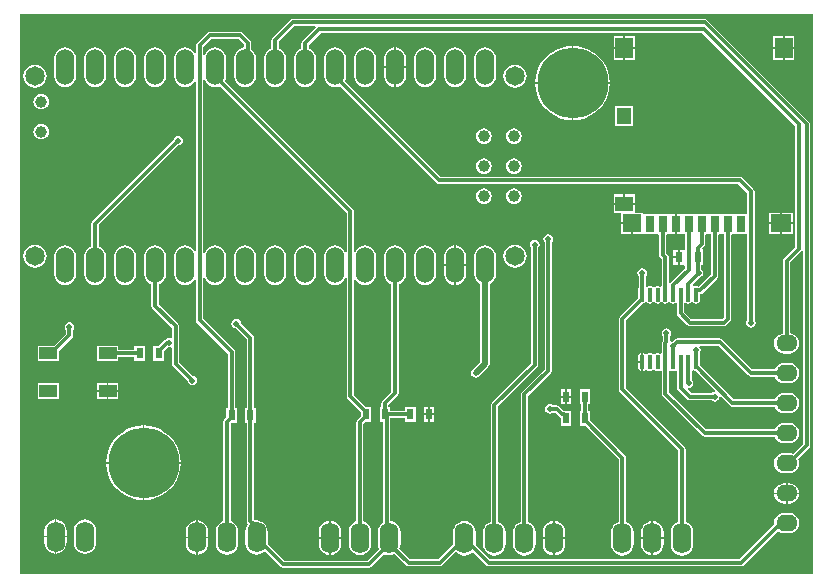
<source format=gtl>
G04*
G04 #@! TF.GenerationSoftware,Altium Limited,Altium Designer,21.6.4 (81)*
G04*
G04 Layer_Physical_Order=1*
G04 Layer_Color=255*
%FSLAX44Y44*%
%MOMM*%
G71*
G04*
G04 #@! TF.SameCoordinates,26D0E7B3-AAE4-4812-B184-49AD84F33247*
G04*
G04*
G04 #@! TF.FilePolarity,Positive*
G04*
G01*
G75*
%ADD17O,0.4000X1.2000*%
%ADD18R,0.6000X0.9500*%
%ADD19R,1.5000X1.3000*%
%ADD20R,1.5000X1.7000*%
%ADD21R,1.2000X1.4000*%
%ADD22R,1.7000X1.5000*%
%ADD23R,1.6000X1.5000*%
%ADD24R,0.8000X1.4000*%
%ADD25R,1.5000X1.0000*%
%ADD40C,6.0000*%
%ADD41C,0.3000*%
%ADD42C,0.5000*%
%ADD43O,1.8000X1.4000*%
%ADD44O,1.5240X3.0480*%
%ADD45C,1.6510*%
%ADD46C,1.0000*%
%ADD47O,1.6000X2.6000*%
%ADD48C,0.5000*%
G36*
X673451Y475451D02*
X673451Y1549D01*
X1549Y1549D01*
X1549Y475451D01*
X673451Y475451D01*
D02*
G37*
%LPC*%
G36*
X581402Y471559D02*
X581402Y471559D01*
X232500D01*
X232500Y471559D01*
X231329Y471326D01*
X230337Y470663D01*
X215437Y455763D01*
X214774Y454771D01*
X214541Y453600D01*
X214541Y453600D01*
Y446844D01*
X213001Y446206D01*
X211096Y444744D01*
X209634Y442839D01*
X208715Y440621D01*
X208401Y438240D01*
Y423000D01*
X208715Y420619D01*
X209634Y418401D01*
X211096Y416496D01*
X213001Y415034D01*
X215219Y414115D01*
X217600Y413801D01*
X219981Y414115D01*
X222199Y415034D01*
X224104Y416496D01*
X225566Y418401D01*
X226485Y420619D01*
X226799Y423000D01*
Y438240D01*
X226485Y440621D01*
X225566Y442839D01*
X224104Y444744D01*
X222199Y446206D01*
X220659Y446844D01*
Y452333D01*
X233767Y465441D01*
X251569D01*
X252096Y464171D01*
X240837Y452913D01*
X240174Y451921D01*
X239941Y450750D01*
X239941Y450750D01*
Y446844D01*
X238401Y446206D01*
X236495Y444744D01*
X235034Y442839D01*
X234115Y440621D01*
X233801Y438240D01*
Y423000D01*
X234115Y420619D01*
X235034Y418401D01*
X236495Y416496D01*
X238401Y415034D01*
X240619Y414115D01*
X243000Y413801D01*
X245381Y414115D01*
X247599Y415034D01*
X249505Y416496D01*
X250966Y418401D01*
X251885Y420619D01*
X252199Y423000D01*
Y438240D01*
X251885Y440621D01*
X250966Y442839D01*
X249505Y444744D01*
X247599Y446206D01*
X246059Y446844D01*
Y449483D01*
X256517Y459941D01*
X579271D01*
X657941Y381271D01*
Y278267D01*
X648587Y268913D01*
X647924Y267920D01*
X647691Y266750D01*
X647691Y266750D01*
Y205234D01*
X646531Y205081D01*
X644463Y204225D01*
X642688Y202862D01*
X641325Y201087D01*
X640469Y199019D01*
X640177Y196800D01*
X640469Y194581D01*
X641325Y192513D01*
X642688Y190738D01*
X644463Y189375D01*
X646531Y188519D01*
X648750Y188227D01*
X652750D01*
X654969Y188519D01*
X657037Y189375D01*
X658812Y190738D01*
X660175Y192513D01*
X661031Y194581D01*
X661323Y196800D01*
X661031Y199019D01*
X660175Y201087D01*
X658812Y202862D01*
X657037Y204225D01*
X654969Y205081D01*
X653809Y205234D01*
Y265483D01*
X663163Y274837D01*
X663421Y275224D01*
X664691Y274839D01*
Y111867D01*
X656197Y103373D01*
X654969Y103881D01*
X652750Y104173D01*
X648750D01*
X646531Y103881D01*
X644463Y103025D01*
X642688Y101662D01*
X641325Y99887D01*
X640469Y97819D01*
X640177Y95600D01*
X640469Y93381D01*
X641325Y91313D01*
X642688Y89538D01*
X644463Y88175D01*
X646531Y87319D01*
X648750Y87027D01*
X652750D01*
X654969Y87319D01*
X657037Y88175D01*
X658812Y89538D01*
X660175Y91313D01*
X661031Y93381D01*
X661323Y95600D01*
X661031Y97819D01*
X660523Y99047D01*
X669913Y108437D01*
X669913Y108437D01*
X670576Y109430D01*
X670809Y110600D01*
Y382152D01*
X670809Y382152D01*
X670576Y383322D01*
X669913Y384315D01*
X669913Y384315D01*
X583565Y470663D01*
X582572Y471326D01*
X581402Y471559D01*
D02*
G37*
G36*
X188050Y460809D02*
X188050Y460809D01*
X162250D01*
X162250Y460809D01*
X161080Y460576D01*
X160087Y459913D01*
X151587Y451413D01*
X150924Y450420D01*
X150691Y449250D01*
X150691Y449250D01*
Y442959D01*
X149421Y442707D01*
X149366Y442839D01*
X147905Y444744D01*
X145999Y446206D01*
X143781Y447125D01*
X141400Y447439D01*
X139019Y447125D01*
X136801Y446206D01*
X134895Y444744D01*
X133434Y442839D01*
X132515Y440621D01*
X132201Y438240D01*
Y423000D01*
X132515Y420619D01*
X133434Y418401D01*
X134895Y416496D01*
X136801Y415034D01*
X139019Y414115D01*
X141400Y413801D01*
X143781Y414115D01*
X145999Y415034D01*
X147905Y416496D01*
X149366Y418401D01*
X149421Y418533D01*
X150691Y418281D01*
Y275319D01*
X149421Y275067D01*
X149366Y275199D01*
X147905Y277104D01*
X145999Y278566D01*
X143781Y279485D01*
X141400Y279799D01*
X139019Y279485D01*
X136801Y278566D01*
X134895Y277104D01*
X133434Y275199D01*
X132515Y272981D01*
X132201Y270600D01*
Y255360D01*
X132515Y252979D01*
X133434Y250761D01*
X134895Y248855D01*
X136801Y247394D01*
X139019Y246475D01*
X141400Y246161D01*
X143781Y246475D01*
X145999Y247394D01*
X147905Y248855D01*
X149366Y250761D01*
X149421Y250893D01*
X150691Y250641D01*
Y216500D01*
X150691Y216500D01*
X150924Y215329D01*
X151587Y214337D01*
X177691Y188233D01*
Y142250D01*
X176250D01*
Y134076D01*
X174808Y132634D01*
X174145Y131642D01*
X173912Y130471D01*
X173912Y130471D01*
Y46516D01*
X172180Y45798D01*
X170196Y44275D01*
X168673Y42291D01*
X167716Y39980D01*
X167389Y37500D01*
Y27500D01*
X167716Y25020D01*
X168673Y22709D01*
X170196Y20724D01*
X172180Y19202D01*
X174491Y18245D01*
X176971Y17918D01*
X179451Y18245D01*
X181762Y19202D01*
X183747Y20724D01*
X185269Y22709D01*
X186227Y25020D01*
X186553Y27500D01*
Y37500D01*
X186227Y39980D01*
X185269Y42291D01*
X183747Y44275D01*
X181762Y45798D01*
X180030Y46516D01*
Y129204D01*
X180576Y129750D01*
X185250D01*
Y142250D01*
X183809D01*
Y189500D01*
X183576Y190671D01*
X182913Y191663D01*
X182913Y191663D01*
X156809Y217767D01*
Y252331D01*
X158079Y252583D01*
X158834Y250761D01*
X160296Y248855D01*
X162201Y247394D01*
X164419Y246475D01*
X166800Y246161D01*
X169181Y246475D01*
X171399Y247394D01*
X173305Y248855D01*
X174766Y250761D01*
X175685Y252979D01*
X175999Y255360D01*
Y270600D01*
X175685Y272981D01*
X174766Y275199D01*
X173305Y277104D01*
X171399Y278566D01*
X169181Y279485D01*
X166800Y279799D01*
X164419Y279485D01*
X162201Y278566D01*
X160296Y277104D01*
X158834Y275199D01*
X158079Y273377D01*
X156809Y273629D01*
Y419971D01*
X158079Y420223D01*
X158834Y418401D01*
X160296Y416496D01*
X162201Y415034D01*
X164419Y414115D01*
X166800Y413801D01*
X169181Y414115D01*
X170721Y414753D01*
X278191Y307283D01*
Y274112D01*
X276921Y273860D01*
X276366Y275199D01*
X274904Y277104D01*
X272999Y278566D01*
X270781Y279485D01*
X268400Y279799D01*
X266019Y279485D01*
X263801Y278566D01*
X261896Y277104D01*
X260434Y275199D01*
X259515Y272981D01*
X259201Y270600D01*
Y255360D01*
X259515Y252979D01*
X260434Y250761D01*
X261896Y248855D01*
X263801Y247394D01*
X266019Y246475D01*
X268400Y246161D01*
X270781Y246475D01*
X272999Y247394D01*
X274904Y248855D01*
X276366Y250761D01*
X276921Y252100D01*
X278191Y251848D01*
Y152016D01*
X278191Y152016D01*
X278424Y150845D01*
X279087Y149853D01*
X290110Y138830D01*
Y134982D01*
X287281Y132153D01*
X286618Y131160D01*
X286385Y129990D01*
X286385Y129990D01*
Y46266D01*
X284653Y45548D01*
X282668Y44026D01*
X281146Y42041D01*
X280189Y39730D01*
X279862Y37250D01*
Y27250D01*
X280189Y24770D01*
X281146Y22459D01*
X282668Y20475D01*
X284653Y18952D01*
X286964Y17995D01*
X289444Y17668D01*
X291924Y17995D01*
X294235Y18952D01*
X296219Y20475D01*
X297742Y22459D01*
X298699Y24770D01*
X299026Y27250D01*
Y37250D01*
X298699Y39730D01*
X297742Y42041D01*
X296219Y44026D01*
X294235Y45548D01*
X292503Y46266D01*
Y128723D01*
X294436Y130656D01*
X299110D01*
Y143156D01*
X294436D01*
X284309Y153283D01*
Y251123D01*
X285579Y251376D01*
X285834Y250761D01*
X287295Y248855D01*
X289201Y247394D01*
X291419Y246475D01*
X293800Y246161D01*
X296181Y246475D01*
X298399Y247394D01*
X300305Y248855D01*
X301766Y250761D01*
X302685Y252979D01*
X302999Y255360D01*
Y270600D01*
X302685Y272981D01*
X301766Y275199D01*
X300305Y277104D01*
X298399Y278566D01*
X296181Y279485D01*
X293800Y279799D01*
X291419Y279485D01*
X289201Y278566D01*
X287295Y277104D01*
X285834Y275199D01*
X285579Y274584D01*
X284309Y274837D01*
Y308550D01*
X284076Y309720D01*
X283413Y310713D01*
X283413Y310713D01*
X175047Y419079D01*
X175685Y420619D01*
X175999Y423000D01*
Y438240D01*
X175685Y440621D01*
X174766Y442839D01*
X173305Y444744D01*
X171399Y446206D01*
X169181Y447125D01*
X166800Y447439D01*
X164419Y447125D01*
X162201Y446206D01*
X160296Y444744D01*
X158834Y442839D01*
X158079Y441017D01*
X156809Y441269D01*
Y447983D01*
X163517Y454691D01*
X186783D01*
X191483Y449991D01*
Y447344D01*
X189819Y447125D01*
X187601Y446206D01*
X185695Y444744D01*
X184234Y442839D01*
X183315Y440621D01*
X183001Y438240D01*
Y423000D01*
X183315Y420619D01*
X184234Y418401D01*
X185695Y416496D01*
X187601Y415034D01*
X189819Y414115D01*
X192200Y413801D01*
X194581Y414115D01*
X196799Y415034D01*
X198704Y416496D01*
X200166Y418401D01*
X201085Y420619D01*
X201399Y423000D01*
Y438240D01*
X201085Y440621D01*
X200166Y442839D01*
X198704Y444744D01*
X197601Y445591D01*
Y451258D01*
X197601Y451258D01*
X197368Y452429D01*
X196705Y453421D01*
X196705Y453421D01*
X190213Y459913D01*
X189221Y460576D01*
X188050Y460809D01*
D02*
G37*
G36*
X657268Y457092D02*
X649018D01*
Y447842D01*
X657268D01*
Y457092D01*
D02*
G37*
G36*
X647518D02*
X639268D01*
Y447842D01*
X647518D01*
Y457092D01*
D02*
G37*
G36*
X522268D02*
X514018D01*
Y447842D01*
X522268D01*
Y457092D01*
D02*
G37*
G36*
X512518D02*
X504268D01*
Y447842D01*
X512518D01*
Y457092D01*
D02*
G37*
G36*
X657268Y446342D02*
X649018D01*
Y437092D01*
X657268D01*
Y446342D01*
D02*
G37*
G36*
X647518D02*
X639268D01*
Y437092D01*
X647518D01*
Y446342D01*
D02*
G37*
G36*
X522268D02*
X514018D01*
Y437092D01*
X522268D01*
Y446342D01*
D02*
G37*
G36*
X512518D02*
X504268D01*
Y437092D01*
X512518D01*
Y446342D01*
D02*
G37*
G36*
X319950Y447340D02*
Y431370D01*
X328399D01*
Y438240D01*
X328085Y440621D01*
X327166Y442839D01*
X325704Y444744D01*
X323799Y446206D01*
X321581Y447125D01*
X319950Y447340D01*
D02*
G37*
G36*
X318450D02*
X316819Y447125D01*
X314601Y446206D01*
X312696Y444744D01*
X311234Y442839D01*
X310315Y440621D01*
X310001Y438240D01*
Y431370D01*
X318450D01*
Y447340D01*
D02*
G37*
G36*
X470250Y448788D02*
Y418000D01*
X501038D01*
X500708Y422193D01*
X499551Y427014D01*
X497654Y431595D01*
X495063Y435822D01*
X491843Y439593D01*
X488073Y442813D01*
X483845Y445404D01*
X479264Y447301D01*
X474443Y448458D01*
X470250Y448788D01*
D02*
G37*
G36*
X468750D02*
X464557Y448458D01*
X459736Y447301D01*
X455155Y445404D01*
X450928Y442813D01*
X447157Y439593D01*
X443937Y435822D01*
X441347Y431595D01*
X439449Y427014D01*
X438292Y422193D01*
X437962Y418000D01*
X468750D01*
Y448788D01*
D02*
G37*
G36*
X328399Y429870D02*
X319950D01*
Y413900D01*
X321581Y414115D01*
X323799Y415034D01*
X325704Y416496D01*
X327166Y418401D01*
X328085Y420619D01*
X328399Y423000D01*
Y429870D01*
D02*
G37*
G36*
X318450D02*
X310001D01*
Y423000D01*
X310315Y420619D01*
X311234Y418401D01*
X312696Y416496D01*
X314601Y415034D01*
X316819Y414115D01*
X318450Y413900D01*
Y429870D01*
D02*
G37*
G36*
X395400Y447439D02*
X393019Y447125D01*
X390801Y446206D01*
X388895Y444744D01*
X387434Y442839D01*
X386515Y440621D01*
X386201Y438240D01*
Y423000D01*
X386515Y420619D01*
X387434Y418401D01*
X388895Y416496D01*
X390801Y415034D01*
X393019Y414115D01*
X395400Y413801D01*
X397781Y414115D01*
X399999Y415034D01*
X401904Y416496D01*
X403366Y418401D01*
X404285Y420619D01*
X404599Y423000D01*
Y438240D01*
X404285Y440621D01*
X403366Y442839D01*
X401904Y444744D01*
X399999Y446206D01*
X397781Y447125D01*
X395400Y447439D01*
D02*
G37*
G36*
X370000D02*
X367619Y447125D01*
X365401Y446206D01*
X363495Y444744D01*
X362034Y442839D01*
X361115Y440621D01*
X360801Y438240D01*
Y423000D01*
X361115Y420619D01*
X362034Y418401D01*
X363495Y416496D01*
X365401Y415034D01*
X367619Y414115D01*
X370000Y413801D01*
X372381Y414115D01*
X374599Y415034D01*
X376505Y416496D01*
X377966Y418401D01*
X378885Y420619D01*
X379199Y423000D01*
Y438240D01*
X378885Y440621D01*
X377966Y442839D01*
X376505Y444744D01*
X374599Y446206D01*
X372381Y447125D01*
X370000Y447439D01*
D02*
G37*
G36*
X344600D02*
X342219Y447125D01*
X340001Y446206D01*
X338096Y444744D01*
X336634Y442839D01*
X335715Y440621D01*
X335401Y438240D01*
Y423000D01*
X335715Y420619D01*
X336634Y418401D01*
X338096Y416496D01*
X340001Y415034D01*
X342219Y414115D01*
X344600Y413801D01*
X346981Y414115D01*
X349199Y415034D01*
X351105Y416496D01*
X352566Y418401D01*
X353485Y420619D01*
X353799Y423000D01*
Y438240D01*
X353485Y440621D01*
X352566Y442839D01*
X351105Y444744D01*
X349199Y446206D01*
X346981Y447125D01*
X344600Y447439D01*
D02*
G37*
G36*
X293800D02*
X291419Y447125D01*
X289201Y446206D01*
X287295Y444744D01*
X285834Y442839D01*
X284915Y440621D01*
X284601Y438240D01*
Y423000D01*
X284915Y420619D01*
X285834Y418401D01*
X287295Y416496D01*
X289201Y415034D01*
X291419Y414115D01*
X293800Y413801D01*
X296181Y414115D01*
X298399Y415034D01*
X300305Y416496D01*
X301766Y418401D01*
X302685Y420619D01*
X302999Y423000D01*
Y438240D01*
X302685Y440621D01*
X301766Y442839D01*
X300305Y444744D01*
X298399Y446206D01*
X296181Y447125D01*
X293800Y447439D01*
D02*
G37*
G36*
X116000D02*
X113619Y447125D01*
X111401Y446206D01*
X109495Y444744D01*
X108034Y442839D01*
X107115Y440621D01*
X106801Y438240D01*
Y423000D01*
X107115Y420619D01*
X108034Y418401D01*
X109495Y416496D01*
X111401Y415034D01*
X113619Y414115D01*
X116000Y413801D01*
X118381Y414115D01*
X120599Y415034D01*
X122505Y416496D01*
X123966Y418401D01*
X124885Y420619D01*
X125199Y423000D01*
Y438240D01*
X124885Y440621D01*
X123966Y442839D01*
X122505Y444744D01*
X120599Y446206D01*
X118381Y447125D01*
X116000Y447439D01*
D02*
G37*
G36*
X90600D02*
X88219Y447125D01*
X86001Y446206D01*
X84095Y444744D01*
X82634Y442839D01*
X81715Y440621D01*
X81401Y438240D01*
Y423000D01*
X81715Y420619D01*
X82634Y418401D01*
X84095Y416496D01*
X86001Y415034D01*
X88219Y414115D01*
X90600Y413801D01*
X92981Y414115D01*
X95199Y415034D01*
X97105Y416496D01*
X98566Y418401D01*
X99485Y420619D01*
X99799Y423000D01*
Y438240D01*
X99485Y440621D01*
X98566Y442839D01*
X97105Y444744D01*
X95199Y446206D01*
X92981Y447125D01*
X90600Y447439D01*
D02*
G37*
G36*
X65200D02*
X62819Y447125D01*
X60601Y446206D01*
X58696Y444744D01*
X57234Y442839D01*
X56315Y440621D01*
X56001Y438240D01*
Y423000D01*
X56315Y420619D01*
X57234Y418401D01*
X58696Y416496D01*
X60601Y415034D01*
X62819Y414115D01*
X65200Y413801D01*
X67581Y414115D01*
X69799Y415034D01*
X71705Y416496D01*
X73166Y418401D01*
X74085Y420619D01*
X74399Y423000D01*
Y438240D01*
X74085Y440621D01*
X73166Y442839D01*
X71705Y444744D01*
X69799Y446206D01*
X67581Y447125D01*
X65200Y447439D01*
D02*
G37*
G36*
X39800D02*
X37419Y447125D01*
X35201Y446206D01*
X33296Y444744D01*
X31834Y442839D01*
X30915Y440621D01*
X30601Y438240D01*
Y423000D01*
X30915Y420619D01*
X31834Y418401D01*
X33296Y416496D01*
X35201Y415034D01*
X37419Y414115D01*
X39800Y413801D01*
X42181Y414115D01*
X44399Y415034D01*
X46304Y416496D01*
X47766Y418401D01*
X48685Y420619D01*
X48999Y423000D01*
Y438240D01*
X48685Y440621D01*
X47766Y442839D01*
X46304Y444744D01*
X44399Y446206D01*
X42181Y447125D01*
X39800Y447439D01*
D02*
G37*
G36*
X420800Y432839D02*
X418253Y432504D01*
X415880Y431521D01*
X413843Y429957D01*
X412279Y427920D01*
X411296Y425546D01*
X410961Y423000D01*
X411296Y420453D01*
X412279Y418080D01*
X413843Y416043D01*
X415880Y414479D01*
X418253Y413496D01*
X420800Y413161D01*
X423346Y413496D01*
X425720Y414479D01*
X427757Y416043D01*
X429321Y418080D01*
X430304Y420453D01*
X430639Y423000D01*
X430304Y425546D01*
X429321Y427920D01*
X427757Y429957D01*
X425720Y431521D01*
X423346Y432504D01*
X420800Y432839D01*
D02*
G37*
G36*
X14400D02*
X11853Y432504D01*
X9480Y431521D01*
X7443Y429957D01*
X5879Y427920D01*
X4896Y425546D01*
X4561Y423000D01*
X4896Y420453D01*
X5879Y418080D01*
X7443Y416043D01*
X9480Y414479D01*
X11853Y413496D01*
X14400Y413161D01*
X16947Y413496D01*
X19320Y414479D01*
X21357Y416043D01*
X22921Y418080D01*
X23904Y420453D01*
X24239Y423000D01*
X23904Y425546D01*
X22921Y427920D01*
X21357Y429957D01*
X19320Y431521D01*
X16947Y432504D01*
X14400Y432839D01*
D02*
G37*
G36*
X19480Y407966D02*
X17783Y407743D01*
X16202Y407088D01*
X14844Y406046D01*
X13802Y404688D01*
X13147Y403107D01*
X12924Y401410D01*
X13147Y399713D01*
X13802Y398132D01*
X14844Y396774D01*
X16202Y395732D01*
X17783Y395077D01*
X19480Y394854D01*
X21177Y395077D01*
X22758Y395732D01*
X24116Y396774D01*
X25158Y398132D01*
X25813Y399713D01*
X26036Y401410D01*
X25813Y403107D01*
X25158Y404688D01*
X24116Y406046D01*
X22758Y407088D01*
X21177Y407743D01*
X19480Y407966D01*
D02*
G37*
G36*
X501038Y416500D02*
X470250D01*
Y385712D01*
X474443Y386042D01*
X479264Y387199D01*
X483845Y389096D01*
X488073Y391687D01*
X491843Y394907D01*
X495063Y398677D01*
X497654Y402905D01*
X499551Y407486D01*
X500708Y412307D01*
X501038Y416500D01*
D02*
G37*
G36*
X468750D02*
X437962D01*
X438292Y412307D01*
X439449Y407486D01*
X441347Y402905D01*
X443937Y398677D01*
X447157Y394907D01*
X450928Y391687D01*
X455155Y389096D01*
X459736Y387199D01*
X464557Y386042D01*
X468750Y385712D01*
Y416500D01*
D02*
G37*
G36*
X520768Y397592D02*
X505768D01*
Y380592D01*
X520768D01*
Y397592D01*
D02*
G37*
G36*
X19480Y382566D02*
X17783Y382343D01*
X16202Y381688D01*
X14844Y380646D01*
X13802Y379288D01*
X13147Y377707D01*
X12924Y376010D01*
X13147Y374313D01*
X13802Y372732D01*
X14844Y371374D01*
X16202Y370332D01*
X17783Y369677D01*
X19480Y369454D01*
X21177Y369677D01*
X22758Y370332D01*
X24116Y371374D01*
X25158Y372732D01*
X25813Y374313D01*
X26036Y376010D01*
X25813Y377707D01*
X25158Y379288D01*
X24116Y380646D01*
X22758Y381688D01*
X21177Y382343D01*
X19480Y382566D01*
D02*
G37*
G36*
X419780Y378756D02*
X418083Y378533D01*
X416502Y377878D01*
X415144Y376836D01*
X414102Y375478D01*
X413447Y373897D01*
X413224Y372200D01*
X413447Y370503D01*
X414102Y368922D01*
X415144Y367564D01*
X416502Y366522D01*
X418083Y365867D01*
X419780Y365644D01*
X421477Y365867D01*
X423058Y366522D01*
X424416Y367564D01*
X425458Y368922D01*
X426113Y370503D01*
X426336Y372200D01*
X426113Y373897D01*
X425458Y375478D01*
X424416Y376836D01*
X423058Y377878D01*
X421477Y378533D01*
X419780Y378756D01*
D02*
G37*
G36*
X394380D02*
X392683Y378533D01*
X391102Y377878D01*
X389744Y376836D01*
X388702Y375478D01*
X388047Y373897D01*
X387824Y372200D01*
X388047Y370503D01*
X388702Y368922D01*
X389744Y367564D01*
X391102Y366522D01*
X392683Y365867D01*
X394380Y365644D01*
X396077Y365867D01*
X397658Y366522D01*
X399016Y367564D01*
X400058Y368922D01*
X400713Y370503D01*
X400936Y372200D01*
X400713Y373897D01*
X400058Y375478D01*
X399016Y376836D01*
X397658Y377878D01*
X396077Y378533D01*
X394380Y378756D01*
D02*
G37*
G36*
X419780Y353356D02*
X418083Y353133D01*
X416502Y352478D01*
X415144Y351436D01*
X414102Y350078D01*
X413447Y348497D01*
X413224Y346800D01*
X413447Y345103D01*
X414102Y343522D01*
X415144Y342164D01*
X416502Y341122D01*
X418083Y340467D01*
X419780Y340244D01*
X421477Y340467D01*
X423058Y341122D01*
X424416Y342164D01*
X425458Y343522D01*
X426113Y345103D01*
X426336Y346800D01*
X426113Y348497D01*
X425458Y350078D01*
X424416Y351436D01*
X423058Y352478D01*
X421477Y353133D01*
X419780Y353356D01*
D02*
G37*
G36*
X394380D02*
X392683Y353133D01*
X391102Y352478D01*
X389744Y351436D01*
X388702Y350078D01*
X388047Y348497D01*
X387824Y346800D01*
X388047Y345103D01*
X388702Y343522D01*
X389744Y342164D01*
X391102Y341122D01*
X392683Y340467D01*
X394380Y340244D01*
X396077Y340467D01*
X397658Y341122D01*
X399016Y342164D01*
X400058Y343522D01*
X400713Y345103D01*
X400936Y346800D01*
X400713Y348497D01*
X400058Y350078D01*
X399016Y351436D01*
X397658Y352478D01*
X396077Y353133D01*
X394380Y353356D01*
D02*
G37*
G36*
X522268Y323092D02*
X514018D01*
Y315842D01*
X522268D01*
Y323092D01*
D02*
G37*
G36*
X512518D02*
X504268D01*
Y315842D01*
X512518D01*
Y323092D01*
D02*
G37*
G36*
X419780Y327956D02*
X418083Y327733D01*
X416502Y327078D01*
X415144Y326036D01*
X414102Y324678D01*
X413447Y323097D01*
X413224Y321400D01*
X413447Y319703D01*
X414102Y318122D01*
X415144Y316764D01*
X416502Y315722D01*
X418083Y315067D01*
X419780Y314844D01*
X421477Y315067D01*
X423058Y315722D01*
X424416Y316764D01*
X425458Y318122D01*
X426113Y319703D01*
X426336Y321400D01*
X426113Y323097D01*
X425458Y324678D01*
X424416Y326036D01*
X423058Y327078D01*
X421477Y327733D01*
X419780Y327956D01*
D02*
G37*
G36*
X394380D02*
X392683Y327733D01*
X391102Y327078D01*
X389744Y326036D01*
X388702Y324678D01*
X388047Y323097D01*
X387824Y321400D01*
X388047Y319703D01*
X388702Y318122D01*
X389744Y316764D01*
X391102Y315722D01*
X392683Y315067D01*
X394380Y314844D01*
X396077Y315067D01*
X397658Y315722D01*
X399016Y316764D01*
X400058Y318122D01*
X400713Y319703D01*
X400936Y321400D01*
X400713Y323097D01*
X400058Y324678D01*
X399016Y326036D01*
X397658Y327078D01*
X396077Y327733D01*
X394380Y327956D01*
D02*
G37*
G36*
X268400Y447439D02*
X266019Y447125D01*
X263801Y446206D01*
X261896Y444744D01*
X260434Y442839D01*
X259515Y440621D01*
X259201Y438240D01*
Y423000D01*
X259515Y420619D01*
X260434Y418401D01*
X261896Y416496D01*
X263801Y415034D01*
X266019Y414115D01*
X268400Y413801D01*
X270781Y414115D01*
X272321Y414753D01*
X354487Y332587D01*
X354487Y332587D01*
X355479Y331924D01*
X356650Y331691D01*
X609983D01*
X617479Y324195D01*
Y307274D01*
X617268Y306092D01*
X616209Y306092D01*
X607538D01*
X606268Y306092D01*
X604998Y306092D01*
X596538D01*
X595268Y306092D01*
Y306092D01*
X595268D01*
Y306092D01*
X585538D01*
X584268Y306092D01*
Y306092D01*
X584268D01*
Y306092D01*
X574538D01*
X573268Y306092D01*
Y306092D01*
X573268D01*
Y306092D01*
X557518D01*
Y297592D01*
Y289092D01*
X564709D01*
Y276945D01*
X563930Y275998D01*
X563439Y275998D01*
X560180D01*
Y269748D01*
Y263498D01*
X563439D01*
X563930Y263498D01*
X564709Y262551D01*
Y260255D01*
X552458Y248004D01*
X552259Y247705D01*
X550989Y248091D01*
Y269670D01*
X550989Y269670D01*
X550756Y270840D01*
X550093Y271833D01*
X548827Y273099D01*
Y288194D01*
X549725Y289092D01*
X551268Y289092D01*
Y289092D01*
X551268D01*
Y289092D01*
X556018D01*
Y297592D01*
Y306092D01*
X552538D01*
X551268Y306092D01*
Y306092D01*
X551268D01*
Y306092D01*
X541538D01*
X540268Y306092D01*
X538998Y306092D01*
X529268Y306092D01*
X529268Y307592D01*
X522268D01*
Y314342D01*
X504268D01*
Y307092D01*
X510268D01*
Y299342D01*
X519768D01*
Y298592D01*
X520518D01*
Y289592D01*
X528205D01*
X529268Y289092D01*
X530331Y289092D01*
X538998D01*
X540268Y289092D01*
X541811Y289092D01*
X542709Y288194D01*
Y271832D01*
X542709Y271832D01*
X542942Y270662D01*
X543605Y269669D01*
X544871Y268403D01*
Y245371D01*
X544745Y245262D01*
X543601Y244809D01*
X542796Y245347D01*
X541430Y245619D01*
X540064Y245347D01*
X538907Y244573D01*
X538815Y244436D01*
X537545D01*
X537453Y244573D01*
X536296Y245347D01*
X534930Y245619D01*
X533564Y245347D01*
X532759Y244809D01*
X531615Y245262D01*
X531489Y245371D01*
Y253777D01*
X532198Y254838D01*
X532508Y256399D01*
X532198Y257960D01*
X531314Y259283D01*
X529991Y260167D01*
X528430Y260477D01*
X526869Y260167D01*
X525546Y259283D01*
X524662Y257960D01*
X524352Y256399D01*
X524662Y254838D01*
X525371Y253777D01*
Y243772D01*
X525133Y243416D01*
X524861Y242050D01*
Y234807D01*
X509531Y219477D01*
X508868Y218484D01*
X508635Y217314D01*
X508635Y217314D01*
Y157862D01*
X508635Y157862D01*
X508868Y156692D01*
X509531Y155699D01*
X559035Y106195D01*
Y45766D01*
X557303Y45048D01*
X555318Y43526D01*
X553796Y41541D01*
X552839Y39230D01*
X552512Y36750D01*
Y26750D01*
X552839Y24270D01*
X553796Y21959D01*
X555318Y19974D01*
X557303Y18452D01*
X559614Y17494D01*
X562094Y17168D01*
X564574Y17494D01*
X566885Y18452D01*
X568869Y19974D01*
X570392Y21959D01*
X571349Y24270D01*
X571676Y26750D01*
Y36750D01*
X571349Y39230D01*
X570392Y41541D01*
X568869Y43526D01*
X566885Y45048D01*
X565153Y45766D01*
Y107462D01*
X564920Y108633D01*
X564257Y109625D01*
X514753Y159129D01*
Y216047D01*
X529375Y230669D01*
X529796Y230753D01*
X530953Y231527D01*
X531045Y231664D01*
X532315D01*
X532407Y231527D01*
X533564Y230753D01*
X534930Y230481D01*
X536296Y230753D01*
X537453Y231527D01*
X537545Y231664D01*
X538815D01*
X538907Y231527D01*
X540064Y230753D01*
X541430Y230481D01*
X542796Y230753D01*
X543953Y231527D01*
X544045Y231664D01*
X545315D01*
X545407Y231527D01*
X546564Y230753D01*
X547930Y230481D01*
X549296Y230753D01*
X550453Y231527D01*
X550545Y231664D01*
X551815D01*
X551907Y231527D01*
X553064Y230753D01*
X554430Y230481D01*
X555796Y230753D01*
X556601Y231291D01*
X557745Y230838D01*
X557871Y230729D01*
Y222268D01*
X557871Y222268D01*
X558104Y221097D01*
X558767Y220105D01*
X566713Y212159D01*
X566713Y212159D01*
X567705Y211496D01*
X568876Y211263D01*
X597322D01*
X597322Y211263D01*
X598493Y211496D01*
X599485Y212159D01*
X602931Y215605D01*
X602931Y215605D01*
X603594Y216597D01*
X603827Y217768D01*
X603827Y217768D01*
Y288194D01*
X604725Y289092D01*
X606268Y289092D01*
X607538Y289092D01*
X617268Y289092D01*
X617479Y287910D01*
Y216944D01*
X616770Y215883D01*
X616460Y214322D01*
X616770Y212761D01*
X617654Y211438D01*
X618977Y210554D01*
X620538Y210244D01*
X622099Y210554D01*
X623422Y211438D01*
X624306Y212761D01*
X624616Y214322D01*
X624306Y215883D01*
X623597Y216944D01*
Y325462D01*
X623364Y326633D01*
X622701Y327625D01*
X622701Y327625D01*
X613413Y336913D01*
X612421Y337576D01*
X611250Y337809D01*
X611250Y337809D01*
X357917D01*
X276647Y419079D01*
X277285Y420619D01*
X277599Y423000D01*
Y438240D01*
X277285Y440621D01*
X276366Y442839D01*
X274904Y444744D01*
X272999Y446206D01*
X270781Y447125D01*
X268400Y447439D01*
D02*
G37*
G36*
X655768Y307592D02*
X646518D01*
Y299342D01*
X655768D01*
Y307592D01*
D02*
G37*
G36*
X645018D02*
X635768D01*
Y299342D01*
X645018D01*
Y307592D01*
D02*
G37*
G36*
X655768Y297842D02*
X646518D01*
Y289592D01*
X655768D01*
Y297842D01*
D02*
G37*
G36*
X645018D02*
X635768D01*
Y289592D01*
X645018D01*
Y297842D01*
D02*
G37*
G36*
X519018D02*
X510268D01*
Y289592D01*
X519018D01*
Y297842D01*
D02*
G37*
G36*
X558680Y275998D02*
X554930D01*
Y270498D01*
X558680D01*
Y275998D01*
D02*
G37*
G36*
X370750Y279700D02*
Y263730D01*
X379199D01*
Y270600D01*
X378885Y272981D01*
X377966Y275199D01*
X376505Y277104D01*
X374599Y278566D01*
X372381Y279485D01*
X370750Y279700D01*
D02*
G37*
G36*
X369250D02*
X367619Y279485D01*
X365401Y278566D01*
X363495Y277104D01*
X362034Y275199D01*
X361115Y272981D01*
X360801Y270600D01*
Y263730D01*
X369250D01*
Y279700D01*
D02*
G37*
G36*
X558680Y268998D02*
X554930D01*
Y263498D01*
X558680D01*
Y268998D01*
D02*
G37*
G36*
X420800Y280439D02*
X418253Y280104D01*
X415880Y279121D01*
X413843Y277557D01*
X412279Y275520D01*
X411296Y273146D01*
X410961Y270600D01*
X411296Y268053D01*
X412279Y265680D01*
X413843Y263643D01*
X415880Y262079D01*
X418253Y261096D01*
X420800Y260761D01*
X423346Y261096D01*
X425720Y262079D01*
X427757Y263643D01*
X429321Y265680D01*
X430304Y268053D01*
X430639Y270600D01*
X430304Y273146D01*
X429321Y275520D01*
X427757Y277557D01*
X425720Y279121D01*
X423346Y280104D01*
X420800Y280439D01*
D02*
G37*
G36*
X14400D02*
X11853Y280104D01*
X9480Y279121D01*
X7443Y277557D01*
X5879Y275520D01*
X4896Y273146D01*
X4561Y270600D01*
X4896Y268053D01*
X5879Y265680D01*
X7443Y263643D01*
X9480Y262079D01*
X11853Y261096D01*
X14400Y260761D01*
X16947Y261096D01*
X19320Y262079D01*
X21357Y263643D01*
X22921Y265680D01*
X23904Y268053D01*
X24239Y270600D01*
X23904Y273146D01*
X22921Y275520D01*
X21357Y277557D01*
X19320Y279121D01*
X16947Y280104D01*
X14400Y280439D01*
D02*
G37*
G36*
X379199Y262230D02*
X370750D01*
Y246260D01*
X372381Y246475D01*
X374599Y247394D01*
X376505Y248855D01*
X377966Y250761D01*
X378885Y252979D01*
X379199Y255360D01*
Y262230D01*
D02*
G37*
G36*
X369250D02*
X360801D01*
Y255360D01*
X361115Y252979D01*
X362034Y250761D01*
X363495Y248855D01*
X365401Y247394D01*
X367619Y246475D01*
X369250Y246260D01*
Y262230D01*
D02*
G37*
G36*
X344600Y279799D02*
X342219Y279485D01*
X340001Y278566D01*
X338096Y277104D01*
X336634Y275199D01*
X335715Y272981D01*
X335401Y270600D01*
Y255360D01*
X335715Y252979D01*
X336634Y250761D01*
X338096Y248855D01*
X340001Y247394D01*
X342219Y246475D01*
X344600Y246161D01*
X346981Y246475D01*
X349199Y247394D01*
X351105Y248855D01*
X352566Y250761D01*
X353485Y252979D01*
X353799Y255360D01*
Y270600D01*
X353485Y272981D01*
X352566Y275199D01*
X351105Y277104D01*
X349199Y278566D01*
X346981Y279485D01*
X344600Y279799D01*
D02*
G37*
G36*
X243000D02*
X240619Y279485D01*
X238401Y278566D01*
X236495Y277104D01*
X235034Y275199D01*
X234115Y272981D01*
X233801Y270600D01*
Y255360D01*
X234115Y252979D01*
X235034Y250761D01*
X236495Y248855D01*
X238401Y247394D01*
X240619Y246475D01*
X243000Y246161D01*
X245381Y246475D01*
X247599Y247394D01*
X249505Y248855D01*
X250966Y250761D01*
X251885Y252979D01*
X252199Y255360D01*
Y270600D01*
X251885Y272981D01*
X250966Y275199D01*
X249505Y277104D01*
X247599Y278566D01*
X245381Y279485D01*
X243000Y279799D01*
D02*
G37*
G36*
X217600D02*
X215219Y279485D01*
X213001Y278566D01*
X211096Y277104D01*
X209634Y275199D01*
X208715Y272981D01*
X208401Y270600D01*
Y255360D01*
X208715Y252979D01*
X209634Y250761D01*
X211096Y248855D01*
X213001Y247394D01*
X215219Y246475D01*
X217600Y246161D01*
X219981Y246475D01*
X222199Y247394D01*
X224104Y248855D01*
X225566Y250761D01*
X226485Y252979D01*
X226799Y255360D01*
Y270600D01*
X226485Y272981D01*
X225566Y275199D01*
X224104Y277104D01*
X222199Y278566D01*
X219981Y279485D01*
X217600Y279799D01*
D02*
G37*
G36*
X192200D02*
X189819Y279485D01*
X187601Y278566D01*
X185695Y277104D01*
X184234Y275199D01*
X183315Y272981D01*
X183001Y270600D01*
Y255360D01*
X183315Y252979D01*
X184234Y250761D01*
X185695Y248855D01*
X187601Y247394D01*
X189819Y246475D01*
X192200Y246161D01*
X194581Y246475D01*
X196799Y247394D01*
X198704Y248855D01*
X200166Y250761D01*
X201085Y252979D01*
X201399Y255360D01*
Y270600D01*
X201085Y272981D01*
X200166Y275199D01*
X198704Y277104D01*
X196799Y278566D01*
X194581Y279485D01*
X192200Y279799D01*
D02*
G37*
G36*
X90600D02*
X88219Y279485D01*
X86001Y278566D01*
X84095Y277104D01*
X82634Y275199D01*
X81715Y272981D01*
X81401Y270600D01*
Y255360D01*
X81715Y252979D01*
X82634Y250761D01*
X84095Y248855D01*
X86001Y247394D01*
X88219Y246475D01*
X90600Y246161D01*
X92981Y246475D01*
X95199Y247394D01*
X97105Y248855D01*
X98566Y250761D01*
X99485Y252979D01*
X99799Y255360D01*
Y270600D01*
X99485Y272981D01*
X98566Y275199D01*
X97105Y277104D01*
X95199Y278566D01*
X92981Y279485D01*
X90600Y279799D01*
D02*
G37*
G36*
X135500Y372578D02*
X133939Y372268D01*
X132616Y371384D01*
X131732Y370061D01*
X131483Y368809D01*
X63037Y300363D01*
X62374Y299370D01*
X62141Y298200D01*
X62141Y298200D01*
Y279204D01*
X60601Y278566D01*
X58696Y277104D01*
X57234Y275199D01*
X56315Y272981D01*
X56001Y270600D01*
Y255360D01*
X56315Y252979D01*
X57234Y250761D01*
X58696Y248855D01*
X60601Y247394D01*
X62819Y246475D01*
X65200Y246161D01*
X67581Y246475D01*
X69799Y247394D01*
X71705Y248855D01*
X73166Y250761D01*
X74085Y252979D01*
X74399Y255360D01*
Y270600D01*
X74085Y272981D01*
X73166Y275199D01*
X71705Y277104D01*
X69799Y278566D01*
X68259Y279204D01*
Y296933D01*
X135809Y364483D01*
X137061Y364732D01*
X138384Y365616D01*
X139268Y366939D01*
X139578Y368500D01*
X139268Y370061D01*
X138384Y371384D01*
X137061Y372268D01*
X135500Y372578D01*
D02*
G37*
G36*
X39800Y279799D02*
X37419Y279485D01*
X35201Y278566D01*
X33296Y277104D01*
X31834Y275199D01*
X30915Y272981D01*
X30601Y270600D01*
Y255360D01*
X30915Y252979D01*
X31834Y250761D01*
X33296Y248855D01*
X35201Y247394D01*
X37419Y246475D01*
X39800Y246161D01*
X42181Y246475D01*
X44399Y247394D01*
X46304Y248855D01*
X47766Y250761D01*
X48685Y252979D01*
X48999Y255360D01*
Y270600D01*
X48685Y272981D01*
X47766Y275199D01*
X46304Y277104D01*
X44399Y278566D01*
X42181Y279485D01*
X39800Y279799D01*
D02*
G37*
G36*
X116000D02*
X113619Y279485D01*
X111401Y278566D01*
X109495Y277104D01*
X108034Y275199D01*
X107115Y272981D01*
X106801Y270600D01*
Y255360D01*
X107115Y252979D01*
X108034Y250761D01*
X109495Y248855D01*
X111401Y247394D01*
X112941Y246756D01*
Y228750D01*
X112941Y228750D01*
X113174Y227579D01*
X113837Y226587D01*
X130385Y210039D01*
Y202057D01*
X129115Y201311D01*
X127944Y201544D01*
X126383Y201234D01*
X125060Y200350D01*
X124777Y199926D01*
X124693Y199909D01*
X123700Y199246D01*
X119172Y194718D01*
X114498D01*
Y182218D01*
X123498D01*
Y190392D01*
X126734Y193628D01*
X127944Y193388D01*
X129115Y193621D01*
X130385Y192875D01*
Y179743D01*
X130385Y179743D01*
X130618Y178573D01*
X131281Y177580D01*
X143663Y165198D01*
X143953Y163739D01*
X144837Y162416D01*
X146160Y161532D01*
X147721Y161222D01*
X149282Y161532D01*
X150605Y162416D01*
X151489Y163739D01*
X151799Y165300D01*
X151489Y166861D01*
X150605Y168184D01*
X149282Y169068D01*
X148237Y169276D01*
X136503Y181010D01*
Y211306D01*
X136503Y211306D01*
X136270Y212477D01*
X135607Y213469D01*
X119059Y230017D01*
Y246756D01*
X120599Y247394D01*
X122505Y248855D01*
X123966Y250761D01*
X124885Y252979D01*
X125199Y255360D01*
Y270600D01*
X124885Y272981D01*
X123966Y275199D01*
X122505Y277104D01*
X120599Y278566D01*
X118381Y279485D01*
X116000Y279799D01*
D02*
G37*
G36*
X84800Y194966D02*
X66800D01*
Y181966D01*
X84800D01*
Y185409D01*
X98498D01*
Y182218D01*
X107498D01*
Y194718D01*
X98498D01*
Y191527D01*
X84800D01*
Y194966D01*
D02*
G37*
G36*
X43500Y214828D02*
X41939Y214518D01*
X40616Y213634D01*
X39732Y212311D01*
X39422Y210750D01*
X39732Y209189D01*
X40441Y208128D01*
Y204933D01*
X30474Y194966D01*
X16800D01*
Y181966D01*
X34800D01*
Y190640D01*
X45663Y201503D01*
X45663Y201503D01*
X46326Y202495D01*
X46559Y203666D01*
X46559Y203666D01*
Y208128D01*
X47268Y209189D01*
X47578Y210750D01*
X47268Y212311D01*
X46384Y213634D01*
X45061Y214518D01*
X43500Y214828D01*
D02*
G37*
G36*
X527680Y188469D02*
X527064Y188347D01*
X525907Y187573D01*
X525133Y186416D01*
X524861Y185050D01*
Y181800D01*
X527680D01*
Y188469D01*
D02*
G37*
G36*
Y180300D02*
X524861D01*
Y177050D01*
X525133Y175684D01*
X525907Y174527D01*
X527064Y173753D01*
X527680Y173631D01*
Y180300D01*
D02*
G37*
G36*
X395400Y279799D02*
X393019Y279485D01*
X390801Y278566D01*
X388895Y277104D01*
X387434Y275199D01*
X386515Y272981D01*
X386201Y270600D01*
Y255360D01*
X386515Y252979D01*
X387434Y250761D01*
X388895Y248855D01*
X390801Y247394D01*
X391322Y247178D01*
Y181389D01*
X384616Y174684D01*
X383732Y173361D01*
X383422Y171800D01*
X383732Y170239D01*
X384616Y168916D01*
X385939Y168032D01*
X387500Y167722D01*
X389061Y168032D01*
X390384Y168916D01*
X398284Y176816D01*
X399168Y178139D01*
X399478Y179700D01*
X399478Y179700D01*
Y247178D01*
X399999Y247394D01*
X401904Y248855D01*
X403366Y250761D01*
X404285Y252979D01*
X404599Y255360D01*
Y270600D01*
X404285Y272981D01*
X403366Y275199D01*
X401904Y277104D01*
X399999Y278566D01*
X397781Y279485D01*
X395400Y279799D01*
D02*
G37*
G36*
X549000Y209578D02*
X547439Y209268D01*
X546116Y208384D01*
X545232Y207061D01*
X544922Y205500D01*
X545232Y203939D01*
X545941Y202878D01*
Y199337D01*
X545767Y199163D01*
X545104Y198171D01*
X544871Y197000D01*
X544871Y197000D01*
Y188371D01*
X544745Y188262D01*
X543601Y187809D01*
X542796Y188347D01*
X541430Y188619D01*
X540064Y188347D01*
X538907Y187573D01*
X538815Y187436D01*
X537545D01*
X537453Y187573D01*
X536296Y188347D01*
X534930Y188619D01*
X533564Y188347D01*
X532407Y187573D01*
X532315Y187436D01*
X531045D01*
X530953Y187573D01*
X529796Y188347D01*
X529180Y188469D01*
Y181050D01*
Y173631D01*
X529796Y173753D01*
X530953Y174527D01*
X531045Y174664D01*
X532315D01*
X532407Y174527D01*
X533564Y173753D01*
X534930Y173481D01*
X536296Y173753D01*
X537453Y174527D01*
X537545Y174664D01*
X538815D01*
X538907Y174527D01*
X540064Y173753D01*
X541430Y173481D01*
X542796Y173753D01*
X543601Y174291D01*
X544745Y173838D01*
X544871Y173729D01*
Y154320D01*
X544871Y154320D01*
X545104Y153149D01*
X545767Y152157D01*
X579087Y118837D01*
X580079Y118174D01*
X581250Y117941D01*
X581250Y117941D01*
X640817D01*
X641325Y116713D01*
X642688Y114938D01*
X644463Y113575D01*
X646531Y112719D01*
X648750Y112427D01*
X652750D01*
X654969Y112719D01*
X657037Y113575D01*
X658812Y114938D01*
X660175Y116713D01*
X661031Y118781D01*
X661323Y121000D01*
X661031Y123219D01*
X660175Y125287D01*
X658812Y127062D01*
X657037Y128425D01*
X654969Y129281D01*
X652750Y129573D01*
X648750D01*
X646531Y129281D01*
X644463Y128425D01*
X642688Y127062D01*
X641325Y125287D01*
X640817Y124059D01*
X582517D01*
X550989Y155587D01*
Y173729D01*
X551115Y173838D01*
X552259Y174291D01*
X553064Y173753D01*
X554430Y173481D01*
X555796Y173753D01*
X556601Y174291D01*
X557745Y173838D01*
X557871Y173729D01*
Y159444D01*
X557871Y159444D01*
X558104Y158273D01*
X558767Y157281D01*
X566573Y149475D01*
X566573Y149475D01*
X567565Y148812D01*
X568736Y148579D01*
X587120D01*
X588182Y147870D01*
X589743Y147560D01*
X591303Y147870D01*
X592626Y148754D01*
X593510Y150077D01*
X593766Y151363D01*
X594557Y151771D01*
X595062Y151863D01*
X602688Y144237D01*
X602688Y144237D01*
X603680Y143574D01*
X604851Y143341D01*
X640817D01*
X641325Y142113D01*
X642688Y140338D01*
X644463Y138975D01*
X646531Y138119D01*
X648750Y137827D01*
X652750D01*
X654969Y138119D01*
X657037Y138975D01*
X658812Y140338D01*
X660175Y142113D01*
X661031Y144181D01*
X661323Y146400D01*
X661031Y148619D01*
X660175Y150687D01*
X658812Y152462D01*
X657037Y153825D01*
X654969Y154681D01*
X652750Y154973D01*
X648750D01*
X646531Y154681D01*
X644463Y153825D01*
X642688Y152462D01*
X641325Y150687D01*
X640817Y149459D01*
X606118D01*
X577499Y178078D01*
Y185050D01*
X577227Y186416D01*
X576989Y186772D01*
Y188428D01*
X577698Y189489D01*
X578008Y191050D01*
X577698Y192611D01*
X576943Y193741D01*
X577161Y194489D01*
X577487Y195011D01*
X593001D01*
X618375Y169637D01*
X618375Y169637D01*
X619367Y168974D01*
X620538Y168741D01*
X640817D01*
X641325Y167513D01*
X642688Y165738D01*
X644463Y164375D01*
X646531Y163519D01*
X648750Y163227D01*
X652750D01*
X654969Y163519D01*
X657037Y164375D01*
X658812Y165738D01*
X660175Y167513D01*
X661031Y169581D01*
X661323Y171800D01*
X661031Y174019D01*
X660175Y176087D01*
X658812Y177862D01*
X657037Y179225D01*
X654969Y180081D01*
X652750Y180373D01*
X648750D01*
X646531Y180081D01*
X644463Y179225D01*
X642688Y177862D01*
X641325Y176087D01*
X640817Y174859D01*
X621805D01*
X596431Y200233D01*
X595438Y200896D01*
X594268Y201129D01*
X594268Y201129D01*
X558038D01*
X556867Y200896D01*
X555875Y200233D01*
X555875Y200233D01*
X553857Y198214D01*
X553329Y198109D01*
X552251Y198769D01*
X552059Y199004D01*
Y202878D01*
X552768Y203939D01*
X553078Y205500D01*
X552768Y207061D01*
X551884Y208384D01*
X550561Y209268D01*
X549000Y209578D01*
D02*
G37*
G36*
X84800Y162966D02*
X76550D01*
Y157216D01*
X84800D01*
Y162966D01*
D02*
G37*
G36*
X75050D02*
X66800D01*
Y157216D01*
X75050D01*
Y162966D01*
D02*
G37*
G36*
X468432Y157888D02*
X464682D01*
Y152388D01*
X468432D01*
Y157888D01*
D02*
G37*
G36*
X463182D02*
X459432D01*
Y152388D01*
X463182D01*
Y157888D01*
D02*
G37*
G36*
X84800Y155716D02*
X76550D01*
Y149966D01*
X84800D01*
Y155716D01*
D02*
G37*
G36*
X75050D02*
X66800D01*
Y149966D01*
X75050D01*
Y155716D01*
D02*
G37*
G36*
X34800Y162966D02*
X16800D01*
Y149966D01*
X34800D01*
Y162966D01*
D02*
G37*
G36*
X468432Y150888D02*
X464682D01*
Y145388D01*
X468432D01*
Y150888D01*
D02*
G37*
G36*
X463182D02*
X459432D01*
Y145388D01*
X463182D01*
Y150888D01*
D02*
G37*
G36*
X352606Y143156D02*
X348856D01*
Y137656D01*
X352606D01*
Y143156D01*
D02*
G37*
G36*
X347356D02*
X343606D01*
Y137656D01*
X347356D01*
Y143156D01*
D02*
G37*
G36*
X352606Y136156D02*
X348856D01*
Y130656D01*
X352606D01*
Y136156D01*
D02*
G37*
G36*
X347356D02*
X343606D01*
Y130656D01*
X347356D01*
Y136156D01*
D02*
G37*
G36*
X450250Y145400D02*
X448689Y145089D01*
X447366Y144205D01*
X446482Y142882D01*
X446172Y141321D01*
X446482Y139760D01*
X447366Y138437D01*
X448689Y137553D01*
X450250Y137243D01*
X451811Y137553D01*
X452872Y138262D01*
X454694D01*
X458519Y134437D01*
X458519Y134437D01*
X459432Y133827D01*
Y127100D01*
X468432D01*
Y139600D01*
X462728D01*
X462432Y139659D01*
X462432Y139659D01*
X461949D01*
X458124Y143484D01*
X457131Y144147D01*
X455961Y144380D01*
X455961Y144380D01*
X452872D01*
X451811Y145089D01*
X450250Y145400D01*
D02*
G37*
G36*
X107000Y127288D02*
Y96500D01*
X137788D01*
X137458Y100693D01*
X136301Y105514D01*
X134403Y110095D01*
X131813Y114323D01*
X128593Y118093D01*
X124823Y121313D01*
X120595Y123904D01*
X116014Y125801D01*
X111193Y126958D01*
X107000Y127288D01*
D02*
G37*
G36*
X105500D02*
X101307Y126958D01*
X96486Y125801D01*
X91905Y123904D01*
X87677Y121313D01*
X83907Y118093D01*
X80687Y114323D01*
X78096Y110095D01*
X76199Y105514D01*
X75042Y100693D01*
X74712Y96500D01*
X105500D01*
Y127288D01*
D02*
G37*
G36*
X652750Y78373D02*
X651500D01*
Y70550D01*
X661225D01*
X661031Y72019D01*
X660175Y74087D01*
X658812Y75862D01*
X657037Y77225D01*
X654969Y78081D01*
X652750Y78373D01*
D02*
G37*
G36*
X650000D02*
X648750D01*
X646531Y78081D01*
X644463Y77225D01*
X642688Y75862D01*
X641325Y74087D01*
X640469Y72019D01*
X640275Y70550D01*
X650000D01*
Y78373D01*
D02*
G37*
G36*
X137788Y95000D02*
X107000D01*
Y64212D01*
X111193Y64542D01*
X116014Y65699D01*
X120595Y67597D01*
X124823Y70187D01*
X128593Y73407D01*
X131813Y77178D01*
X134403Y81405D01*
X136301Y85986D01*
X137458Y90807D01*
X137788Y95000D01*
D02*
G37*
G36*
X105500D02*
X74712D01*
X75042Y90807D01*
X76199Y85986D01*
X78096Y81405D01*
X80687Y77178D01*
X83907Y73407D01*
X87677Y70187D01*
X91905Y67597D01*
X96486Y65699D01*
X101307Y64542D01*
X105500Y64212D01*
Y95000D01*
D02*
G37*
G36*
X661225Y69050D02*
X651500D01*
Y61227D01*
X652750D01*
X654969Y61519D01*
X657037Y62375D01*
X658812Y63738D01*
X660175Y65513D01*
X661031Y67581D01*
X661225Y69050D01*
D02*
G37*
G36*
X650000D02*
X640275D01*
X640469Y67581D01*
X641325Y65513D01*
X642688Y63738D01*
X644463Y62375D01*
X646531Y61519D01*
X648750Y61227D01*
X650000D01*
Y69050D01*
D02*
G37*
G36*
X32500Y47757D02*
Y34024D01*
X41332D01*
Y38274D01*
X41006Y40754D01*
X40048Y43065D01*
X38525Y45050D01*
X36541Y46572D01*
X34230Y47530D01*
X32500Y47757D01*
D02*
G37*
G36*
X31000D02*
X29270Y47530D01*
X26959Y46572D01*
X24975Y45050D01*
X23452Y43065D01*
X22494Y40754D01*
X22168Y38274D01*
Y34024D01*
X31000D01*
Y47757D01*
D02*
G37*
G36*
X152321Y46983D02*
Y33250D01*
X161153D01*
Y37500D01*
X160827Y39980D01*
X159869Y42291D01*
X158347Y44275D01*
X156362Y45798D01*
X154051Y46755D01*
X152321Y46983D01*
D02*
G37*
G36*
X150821D02*
X149091Y46755D01*
X146780Y45798D01*
X144796Y44275D01*
X143273Y42291D01*
X142316Y39980D01*
X141989Y37500D01*
Y33250D01*
X150821D01*
Y46983D01*
D02*
G37*
G36*
X264794Y46733D02*
Y33000D01*
X273626D01*
Y37250D01*
X273299Y39730D01*
X272342Y42041D01*
X270819Y44026D01*
X268835Y45548D01*
X266524Y46505D01*
X264794Y46733D01*
D02*
G37*
G36*
X263294D02*
X261564Y46505D01*
X259253Y45548D01*
X257269Y44026D01*
X255746Y42041D01*
X254788Y39730D01*
X254462Y37250D01*
Y33000D01*
X263294D01*
Y46733D01*
D02*
G37*
G36*
X537844Y46233D02*
Y32500D01*
X546676D01*
Y36750D01*
X546349Y39230D01*
X545392Y41541D01*
X543869Y43526D01*
X541885Y45048D01*
X539574Y46006D01*
X537844Y46233D01*
D02*
G37*
G36*
X454444D02*
Y32500D01*
X463276D01*
Y36750D01*
X462949Y39230D01*
X461992Y41541D01*
X460470Y43526D01*
X458485Y45048D01*
X456174Y46006D01*
X454444Y46233D01*
D02*
G37*
G36*
X536344D02*
X534614Y46006D01*
X532303Y45048D01*
X530318Y43526D01*
X528796Y41541D01*
X527839Y39230D01*
X527512Y36750D01*
Y32500D01*
X536344D01*
Y46233D01*
D02*
G37*
G36*
X452944D02*
X451214Y46006D01*
X448903Y45048D01*
X446919Y43526D01*
X445396Y41541D01*
X444439Y39230D01*
X444112Y36750D01*
Y32500D01*
X452944D01*
Y46233D01*
D02*
G37*
G36*
X41332Y32524D02*
X32500D01*
Y18791D01*
X34230Y19018D01*
X36541Y19976D01*
X38525Y21498D01*
X40048Y23483D01*
X41006Y25794D01*
X41332Y28274D01*
Y32524D01*
D02*
G37*
G36*
X31000D02*
X22168D01*
Y28274D01*
X22494Y25794D01*
X23452Y23483D01*
X24975Y21498D01*
X26959Y19976D01*
X29270Y19018D01*
X31000Y18791D01*
Y32524D01*
D02*
G37*
G36*
X56750Y47856D02*
X54270Y47530D01*
X51959Y46572D01*
X49975Y45050D01*
X48452Y43065D01*
X47495Y40754D01*
X47168Y38274D01*
Y28274D01*
X47495Y25794D01*
X48452Y23483D01*
X49975Y21498D01*
X51959Y19976D01*
X54270Y19018D01*
X56750Y18692D01*
X59230Y19018D01*
X61541Y19976D01*
X63526Y21498D01*
X65048Y23483D01*
X66006Y25794D01*
X66332Y28274D01*
Y38274D01*
X66006Y40754D01*
X65048Y43065D01*
X63526Y45050D01*
X61541Y46572D01*
X59230Y47530D01*
X56750Y47856D01*
D02*
G37*
G36*
X161153Y31750D02*
X152321D01*
Y18017D01*
X154051Y18245D01*
X156362Y19202D01*
X158347Y20724D01*
X159869Y22709D01*
X160827Y25020D01*
X161153Y27500D01*
Y31750D01*
D02*
G37*
G36*
X150821D02*
X141989D01*
Y27500D01*
X142316Y25020D01*
X143273Y22709D01*
X144796Y20724D01*
X146780Y19202D01*
X149091Y18245D01*
X150821Y18017D01*
Y31750D01*
D02*
G37*
G36*
X263294Y31500D02*
X254462D01*
Y27250D01*
X254788Y24770D01*
X255746Y22459D01*
X257269Y20475D01*
X259253Y18952D01*
X261564Y17995D01*
X263294Y17767D01*
Y31500D01*
D02*
G37*
G36*
X273626D02*
X264794D01*
Y17767D01*
X266524Y17995D01*
X268835Y18952D01*
X270819Y20475D01*
X272342Y22459D01*
X273299Y24770D01*
X273626Y27250D01*
Y31500D01*
D02*
G37*
G36*
X546676Y31000D02*
X537844D01*
Y17267D01*
X539574Y17494D01*
X541885Y18452D01*
X543869Y19974D01*
X545392Y21959D01*
X546349Y24270D01*
X546676Y26750D01*
Y31000D01*
D02*
G37*
G36*
X463276D02*
X454444D01*
Y17267D01*
X456174Y17494D01*
X458485Y18452D01*
X460470Y19974D01*
X461992Y21959D01*
X462949Y24270D01*
X463276Y26750D01*
Y31000D01*
D02*
G37*
G36*
X452944D02*
X444112D01*
Y26750D01*
X444439Y24270D01*
X445396Y21959D01*
X446919Y19974D01*
X448903Y18452D01*
X451214Y17494D01*
X452944Y17267D01*
Y31000D01*
D02*
G37*
G36*
X536344D02*
X527512D01*
Y26750D01*
X527839Y24270D01*
X528796Y21959D01*
X530318Y19974D01*
X532303Y18452D01*
X534614Y17494D01*
X536344Y17267D01*
Y31000D01*
D02*
G37*
G36*
X484432Y157888D02*
X475432D01*
Y145388D01*
X476873D01*
Y139600D01*
X475432D01*
Y127100D01*
X480106D01*
X508635Y98571D01*
Y45766D01*
X506903Y45048D01*
X504919Y43526D01*
X503396Y41541D01*
X502439Y39230D01*
X502112Y36750D01*
Y26750D01*
X502439Y24270D01*
X503396Y21959D01*
X504919Y19974D01*
X506903Y18452D01*
X509214Y17494D01*
X511694Y17168D01*
X514174Y17494D01*
X516485Y18452D01*
X518469Y19974D01*
X519992Y21959D01*
X520949Y24270D01*
X521276Y26750D01*
Y36750D01*
X520949Y39230D01*
X519992Y41541D01*
X518469Y43526D01*
X516485Y45048D01*
X514753Y45766D01*
Y99838D01*
X514753Y99838D01*
X514520Y101009D01*
X513857Y102001D01*
X513857Y102001D01*
X484432Y131426D01*
Y139600D01*
X482991D01*
Y145388D01*
X484432D01*
Y157888D01*
D02*
G37*
G36*
X448818Y289170D02*
X447257Y288860D01*
X445934Y287976D01*
X445050Y286653D01*
X444740Y285092D01*
X445050Y283531D01*
X445759Y282470D01*
Y175085D01*
X426531Y155857D01*
X425868Y154865D01*
X425635Y153694D01*
X425635Y153694D01*
Y45766D01*
X423903Y45048D01*
X421919Y43526D01*
X420396Y41541D01*
X419439Y39230D01*
X419112Y36750D01*
Y26750D01*
X419439Y24270D01*
X420396Y21959D01*
X421919Y19974D01*
X423903Y18452D01*
X426214Y17494D01*
X428694Y17168D01*
X431174Y17494D01*
X433485Y18452D01*
X435470Y19974D01*
X436992Y21959D01*
X437949Y24270D01*
X438276Y26750D01*
Y36750D01*
X437949Y39230D01*
X436992Y41541D01*
X435470Y43526D01*
X433485Y45048D01*
X431753Y45766D01*
Y152427D01*
X450981Y171655D01*
X450981Y171655D01*
X451644Y172647D01*
X451877Y173818D01*
Y282470D01*
X452586Y283531D01*
X452896Y285092D01*
X452586Y286653D01*
X451702Y287976D01*
X450379Y288860D01*
X448818Y289170D01*
D02*
G37*
G36*
X437500Y284578D02*
X435939Y284268D01*
X434616Y283384D01*
X433732Y282061D01*
X433422Y280500D01*
X433732Y278939D01*
X434441Y277878D01*
Y179998D01*
X401131Y146687D01*
X400468Y145695D01*
X400235Y144525D01*
X400235Y144524D01*
Y45766D01*
X398503Y45048D01*
X396519Y43526D01*
X394996Y41541D01*
X394039Y39230D01*
X393712Y36750D01*
Y26750D01*
X394039Y24270D01*
X394996Y21959D01*
X396519Y19974D01*
X398503Y18452D01*
X400814Y17494D01*
X403294Y17168D01*
X405774Y17494D01*
X408085Y18452D01*
X410070Y19974D01*
X411592Y21959D01*
X412550Y24270D01*
X412876Y26750D01*
Y36750D01*
X412550Y39230D01*
X411592Y41541D01*
X410070Y43526D01*
X408085Y45048D01*
X406353Y45766D01*
Y143258D01*
X439663Y176568D01*
X440326Y177560D01*
X440559Y178731D01*
Y277878D01*
X441268Y278939D01*
X441578Y280500D01*
X441268Y282061D01*
X440384Y283384D01*
X439061Y284268D01*
X437500Y284578D01*
D02*
G37*
G36*
X319200Y279799D02*
X316819Y279485D01*
X314601Y278566D01*
X312696Y277104D01*
X311234Y275199D01*
X310315Y272981D01*
X310001Y270600D01*
Y255360D01*
X310315Y252979D01*
X311234Y250761D01*
X312696Y248855D01*
X314601Y247394D01*
X316141Y246756D01*
Y155823D01*
X308447Y148129D01*
X307784Y147136D01*
X307551Y145966D01*
X307551Y145966D01*
Y143156D01*
X306110D01*
Y130656D01*
X309051D01*
Y45086D01*
X307668Y44026D01*
X306146Y42041D01*
X305189Y39730D01*
X304862Y37250D01*
Y27250D01*
X305189Y24770D01*
X305906Y23038D01*
X295833Y12965D01*
X225832D01*
X211621Y27176D01*
X211519Y27244D01*
X211553Y27500D01*
Y37500D01*
X211227Y39980D01*
X210269Y42291D01*
X208747Y44275D01*
X206762Y45798D01*
X204451Y46755D01*
X201971Y47082D01*
X200842Y46933D01*
X199809Y47873D01*
Y129750D01*
X201250D01*
Y142250D01*
X199809D01*
Y201500D01*
X199576Y202671D01*
X198913Y203663D01*
X198913Y203663D01*
X188767Y213809D01*
X188518Y215061D01*
X187634Y216384D01*
X186311Y217268D01*
X184750Y217578D01*
X183189Y217268D01*
X181866Y216384D01*
X180982Y215061D01*
X180672Y213500D01*
X180982Y211939D01*
X181866Y210616D01*
X183189Y209732D01*
X184441Y209483D01*
X193691Y200233D01*
Y142250D01*
X192250D01*
Y129750D01*
X193691D01*
Y46239D01*
X193691Y46239D01*
X193924Y45068D01*
X194587Y44076D01*
X194845Y43818D01*
X193673Y42291D01*
X192716Y39980D01*
X192389Y37500D01*
Y27500D01*
X192716Y25020D01*
X193673Y22709D01*
X195196Y20724D01*
X197180Y19202D01*
X199491Y18245D01*
X201971Y17918D01*
X204451Y18245D01*
X206762Y19202D01*
X208747Y20724D01*
X209379Y20766D01*
X222402Y7743D01*
X222402Y7743D01*
X223395Y7080D01*
X224565Y6847D01*
X297100D01*
X297100Y6847D01*
X298270Y7080D01*
X299263Y7743D01*
X310232Y18712D01*
X311964Y17995D01*
X314444Y17668D01*
X316924Y17995D01*
X318656Y18712D01*
X328531Y8837D01*
X329523Y8174D01*
X330694Y7941D01*
X330694Y7941D01*
X357144D01*
X357144Y7941D01*
X358315Y8174D01*
X359307Y8837D01*
X370486Y20016D01*
X371119Y19974D01*
X373103Y18452D01*
X375414Y17494D01*
X377894Y17168D01*
X380374Y17494D01*
X382685Y18452D01*
X384669Y19974D01*
X385302Y20016D01*
X396231Y9087D01*
X396231Y9087D01*
X397224Y8424D01*
X398394Y8191D01*
X398394Y8191D01*
X612250D01*
X612250Y8191D01*
X613420Y8424D01*
X614413Y9087D01*
X643466Y38140D01*
X644463Y37375D01*
X646531Y36519D01*
X648750Y36227D01*
X652750D01*
X654969Y36519D01*
X657037Y37375D01*
X658812Y38738D01*
X660175Y40513D01*
X661031Y42581D01*
X661323Y44800D01*
X661031Y47019D01*
X660175Y49087D01*
X658812Y50862D01*
X657037Y52225D01*
X654969Y53081D01*
X652750Y53373D01*
X648750D01*
X646531Y53081D01*
X644463Y52225D01*
X642688Y50862D01*
X641325Y49087D01*
X640469Y47019D01*
X640177Y44800D01*
X640328Y43653D01*
X610983Y14309D01*
X399661D01*
X387544Y26425D01*
X387442Y26494D01*
X387476Y26750D01*
Y36750D01*
X387150Y39230D01*
X386192Y41541D01*
X384669Y43526D01*
X382685Y45048D01*
X380374Y46006D01*
X377894Y46332D01*
X375414Y46006D01*
X373103Y45048D01*
X371119Y43526D01*
X369596Y41541D01*
X368639Y39230D01*
X368312Y36750D01*
Y26750D01*
X368346Y26494D01*
X368244Y26425D01*
X368244Y26425D01*
X355877Y14059D01*
X331961D01*
X322982Y23038D01*
X323699Y24770D01*
X324026Y27250D01*
Y37250D01*
X323699Y39730D01*
X322742Y42041D01*
X321219Y44026D01*
X319235Y45548D01*
X316924Y46505D01*
X315169Y46736D01*
Y133847D01*
X327606D01*
Y130656D01*
X336606D01*
Y143156D01*
X327606D01*
Y139965D01*
X315110D01*
Y143156D01*
X313669D01*
Y144699D01*
X321363Y152393D01*
X322026Y153385D01*
X322259Y154556D01*
Y246756D01*
X323799Y247394D01*
X325704Y248855D01*
X327166Y250761D01*
X328085Y252979D01*
X328399Y255360D01*
Y270600D01*
X328085Y272981D01*
X327166Y275199D01*
X325704Y277104D01*
X323799Y278566D01*
X321581Y279485D01*
X319200Y279799D01*
D02*
G37*
%LPD*%
G36*
X597709Y219035D02*
X596055Y217381D01*
X570143D01*
X563989Y223535D01*
Y230729D01*
X564115Y230838D01*
X565259Y231291D01*
X566064Y230753D01*
X567430Y230481D01*
X568796Y230753D01*
X569953Y231527D01*
X570045Y231664D01*
X571315D01*
X571407Y231527D01*
X572564Y230753D01*
X573930Y230481D01*
X575296Y230753D01*
X576453Y231527D01*
X577227Y232684D01*
X577499Y234050D01*
Y237386D01*
X577526Y238587D01*
X578697Y238820D01*
X579689Y239483D01*
X591931Y251725D01*
X591931Y251725D01*
X592594Y252717D01*
X592827Y253888D01*
X592827Y253888D01*
Y288194D01*
X593725Y289092D01*
X595268Y289092D01*
Y289092D01*
X595268D01*
Y289092D01*
X597709D01*
Y219035D01*
D02*
G37*
G36*
X586709Y255155D02*
X576259Y244705D01*
X576256D01*
X575296Y245347D01*
X573930Y245619D01*
X572564Y245347D01*
X572540Y245330D01*
X571125Y245913D01*
X571017Y246441D01*
X577063Y252487D01*
X577785Y252631D01*
X579108Y253515D01*
X579992Y254838D01*
X580302Y256399D01*
X579992Y257960D01*
X579108Y259283D01*
X578489Y259696D01*
Y263498D01*
X579930D01*
Y275998D01*
X579620D01*
X579094Y277268D01*
X580931Y279105D01*
X580931Y279105D01*
X581594Y280097D01*
X581827Y281268D01*
X581827Y281268D01*
Y288194D01*
X582725Y289092D01*
X584268Y289092D01*
Y289092D01*
X584268D01*
Y289092D01*
X586709D01*
Y255155D01*
D02*
G37*
G36*
X572564Y173753D02*
X573323Y173602D01*
X589967Y156957D01*
X589876Y156452D01*
X589467Y155662D01*
X588182Y155406D01*
X587120Y154697D01*
X570003D01*
X566900Y157799D01*
X567526Y158970D01*
X567768Y158922D01*
X569329Y159232D01*
X570652Y160116D01*
X571536Y161439D01*
X571846Y163000D01*
X571536Y164561D01*
X570658Y165875D01*
Y173535D01*
X571928Y174179D01*
X572564Y173753D01*
D02*
G37*
D17*
X528430Y181050D02*
D03*
X534930D02*
D03*
X541430D02*
D03*
X547930D02*
D03*
X554430D02*
D03*
X560930D02*
D03*
X567430D02*
D03*
X573930D02*
D03*
X528430Y238050D02*
D03*
X534930D02*
D03*
X541430D02*
D03*
X547930D02*
D03*
X554430D02*
D03*
X560930D02*
D03*
X567430D02*
D03*
X573930D02*
D03*
D18*
X479932Y151638D02*
D03*
X463932D02*
D03*
X479932Y133350D02*
D03*
X463932D02*
D03*
X348106Y136906D02*
D03*
X332106D02*
D03*
X575430Y269748D02*
D03*
X559430D02*
D03*
X118998Y188468D02*
D03*
X102998D02*
D03*
X310610Y136906D02*
D03*
X294610D02*
D03*
X196750Y136000D02*
D03*
X180750D02*
D03*
D19*
X513268Y315092D02*
D03*
D20*
X648268Y447092D02*
D03*
X513268D02*
D03*
D21*
Y389092D02*
D03*
D22*
X645768Y298592D02*
D03*
D23*
X519768D02*
D03*
D24*
X611768Y297592D02*
D03*
X600768D02*
D03*
X589768D02*
D03*
X578768D02*
D03*
X567768D02*
D03*
X556768D02*
D03*
X545768D02*
D03*
X534768D02*
D03*
D25*
X25800Y156466D02*
D03*
Y188466D02*
D03*
X75800D02*
D03*
Y156466D02*
D03*
D40*
X469500Y417250D02*
D03*
X106250Y95750D02*
D03*
D41*
X580538Y463000D02*
X661000Y382538D01*
X581402Y468500D02*
X667750Y382152D01*
X232500Y468500D02*
X581402D01*
X255250Y463000D02*
X580538D01*
X661000Y277000D02*
Y382538D01*
X667750Y110600D02*
Y382152D01*
X356650Y334750D02*
X611250D01*
X268400Y423000D02*
X356650Y334750D01*
X611250D02*
X620538Y325462D01*
X310610Y136906D02*
X332106D01*
X528430Y234050D02*
Y238050D01*
X511694Y217314D02*
X528430Y234050D01*
X511694Y157862D02*
Y217314D01*
Y157862D02*
X562094Y107462D01*
Y31750D02*
Y107462D01*
X217600Y453600D02*
X232500Y468500D01*
X528430Y238050D02*
Y256399D01*
X43500Y203666D02*
Y210750D01*
X30800Y188466D02*
Y190966D01*
X43500Y203666D01*
X184750Y213500D02*
X196750Y201500D01*
Y136000D02*
Y201500D01*
X133444Y179743D02*
X147721Y165466D01*
Y165300D02*
Y165466D01*
X575430Y269748D02*
Y277930D01*
Y256399D02*
Y269748D01*
X65200Y298200D02*
X135500Y368500D01*
X65200Y270600D02*
Y298200D01*
X612250Y11250D02*
X645800Y44800D01*
X650750D01*
X398394Y11250D02*
X612250D01*
X377894Y30268D02*
X383899Y24263D01*
X385381D01*
X398394Y11250D01*
X371889Y24263D02*
X377894Y30268D01*
X370407Y24263D02*
X371889D01*
X357144Y11000D02*
X370407Y24263D01*
X377894Y30268D02*
Y31750D01*
X330694Y11000D02*
X357144D01*
X314444Y27250D02*
Y32250D01*
Y27250D02*
X330694Y11000D01*
X207976Y25013D02*
X209459D01*
X201971Y31018D02*
Y32500D01*
Y31018D02*
X207976Y25013D01*
X209459D02*
X224565Y9906D01*
X297100D01*
X314444Y27250D01*
X310610Y145966D02*
X319200Y154556D01*
X310610Y136906D02*
Y145966D01*
X319200Y154556D02*
Y270600D01*
X116000Y228750D02*
X133444Y211306D01*
X116000Y228750D02*
Y270600D01*
X133444Y179743D02*
Y211306D01*
X450250Y141321D02*
X455961D01*
X460682Y136600D02*
X462432D01*
X455961Y141321D02*
X460682Y136600D01*
X463932Y133350D02*
Y135100D01*
X462432Y136600D02*
X463932Y135100D01*
X479932Y133350D02*
Y151638D01*
Y131600D02*
Y133350D01*
X511694Y31750D02*
Y99838D01*
X479932Y131600D02*
X511694Y99838D01*
X567599Y163169D02*
X567768Y163000D01*
X567430Y181050D02*
X567599Y180881D01*
Y163169D02*
Y180881D01*
X573930Y238050D02*
Y241184D01*
X574392Y241646D01*
X577526D01*
X589768Y253888D02*
Y291592D01*
X577526Y241646D02*
X589768Y253888D01*
X597322Y214322D02*
X600768Y217768D01*
X568876Y214322D02*
X597322D01*
X600768Y217768D02*
Y292092D01*
X560930Y222268D02*
Y238050D01*
Y222268D02*
X568876Y214322D01*
X560930Y159444D02*
Y181050D01*
X568736Y151638D02*
X589743D01*
X560930Y159444D02*
X568736Y151638D01*
X620538Y214322D02*
Y325462D01*
X125863Y197083D02*
X127561D01*
X118998Y188468D02*
Y190218D01*
X125863Y197083D01*
X127561D02*
X127944Y197466D01*
X194542Y425342D02*
Y451258D01*
X162250Y457750D02*
X188050D01*
X194542Y451258D01*
X192200Y423000D02*
X194542Y425342D01*
X243000Y423000D02*
Y450750D01*
X255250Y463000D01*
X217600Y423000D02*
Y453600D01*
X437500Y178731D02*
Y280500D01*
X448818Y173818D02*
Y285092D01*
X428694Y153694D02*
X448818Y173818D01*
X428694Y31750D02*
Y153694D01*
X403294Y144525D02*
X437500Y178731D01*
X403294Y31750D02*
Y144525D01*
X166800Y423000D02*
X281250Y308550D01*
Y152016D02*
X294610Y138656D01*
X281250Y152016D02*
Y308550D01*
X294610Y136906D02*
Y138656D01*
X153750Y216500D02*
Y449250D01*
X162250Y457750D01*
X180750Y136000D02*
Y189500D01*
X153750Y216500D02*
X180750Y189500D01*
X166800Y423000D02*
Y441300D01*
X650750Y266750D02*
X661000Y277000D01*
X650750Y196800D02*
Y266750D01*
X554430Y194462D02*
X558038Y198070D01*
X554430Y194250D02*
Y194462D01*
X558038Y198070D02*
X594268D01*
X620538Y171800D01*
X650750D01*
Y95600D02*
X652750D01*
X667750Y110600D01*
X70800Y188466D02*
X70802Y188468D01*
X102998D01*
X312110Y34584D02*
Y135406D01*
Y34584D02*
X314444Y32250D01*
X310610Y136906D02*
X312110Y135406D01*
X196750Y46239D02*
X201971Y41018D01*
Y32500D02*
Y41018D01*
X196750Y46239D02*
Y136000D01*
X176971Y32500D02*
Y130471D01*
X180750Y134250D01*
Y136000D01*
X289444Y32250D02*
Y129990D01*
X294610Y135156D01*
Y136906D01*
X547930Y197000D02*
X549000Y198070D01*
Y205500D01*
X547930Y154320D02*
Y181050D01*
Y197000D01*
X575430Y277930D02*
X578768Y281268D01*
Y292092D01*
X567430Y247180D02*
X575430Y255180D01*
X567430Y238050D02*
Y247180D01*
X567768Y258988D02*
Y291592D01*
X554621Y245841D02*
X567768Y258988D01*
X554621Y238241D02*
Y245841D01*
X554430Y238050D02*
X554621Y238241D01*
X545768Y271832D02*
X547930Y269670D01*
X545768Y271832D02*
Y291592D01*
X547930Y238050D02*
Y269670D01*
X554430Y181050D02*
Y194250D01*
X604851Y146400D02*
X650750D01*
X573930Y177321D02*
X604851Y146400D01*
X573930Y177321D02*
Y191050D01*
X581250Y121000D02*
X650750D01*
X547930Y154320D02*
X581250Y121000D01*
D42*
X387500Y171800D02*
X395400Y179700D01*
Y270600D01*
D43*
X650750Y171800D02*
D03*
Y196800D02*
D03*
Y95600D02*
D03*
Y69800D02*
D03*
Y44800D02*
D03*
Y121000D02*
D03*
Y146400D02*
D03*
D44*
X39800Y430620D02*
D03*
X65200D02*
D03*
X90600D02*
D03*
X116000D02*
D03*
X141400D02*
D03*
X166800D02*
D03*
X192200D02*
D03*
X217600D02*
D03*
X243000D02*
D03*
X268400D02*
D03*
X293800D02*
D03*
X319200D02*
D03*
X344600D02*
D03*
X370000D02*
D03*
X395400D02*
D03*
D03*
X39800Y262980D02*
D03*
X65200D02*
D03*
X90600D02*
D03*
X116000D02*
D03*
X141400D02*
D03*
X166800D02*
D03*
X192200D02*
D03*
X217600D02*
D03*
X243000D02*
D03*
X268400D02*
D03*
X293800D02*
D03*
X319200D02*
D03*
X344600D02*
D03*
X370000D02*
D03*
X395400D02*
D03*
D45*
X14400Y423000D02*
D03*
Y270600D02*
D03*
X420800D02*
D03*
Y423000D02*
D03*
D46*
X19480Y401410D02*
D03*
Y376010D02*
D03*
X394380Y321400D02*
D03*
X419780D02*
D03*
Y346800D02*
D03*
X394380Y372200D02*
D03*
X419780D02*
D03*
X394380Y346800D02*
D03*
D47*
X31750Y33274D02*
D03*
X56750D02*
D03*
X377894Y31750D02*
D03*
X403294D02*
D03*
X453694D02*
D03*
X428694D02*
D03*
X201971Y32500D02*
D03*
X176971D02*
D03*
X151571D02*
D03*
X314444Y32250D02*
D03*
X289444D02*
D03*
X264044D02*
D03*
X511694Y31750D02*
D03*
X537094D02*
D03*
X562094D02*
D03*
D48*
X528430Y256399D02*
D03*
X43500Y210750D02*
D03*
X184750Y213500D02*
D03*
X387500Y171800D02*
D03*
X147721Y165300D02*
D03*
X576224Y256399D02*
D03*
X135500Y368500D02*
D03*
X450250Y141321D02*
D03*
X567768Y163000D02*
D03*
X589743Y151638D02*
D03*
X620538Y214322D02*
D03*
X127944Y197466D02*
D03*
X437500Y280500D02*
D03*
X448818Y285092D02*
D03*
X549000Y205500D02*
D03*
X554430Y194250D02*
D03*
X573930Y191050D02*
D03*
M02*

</source>
